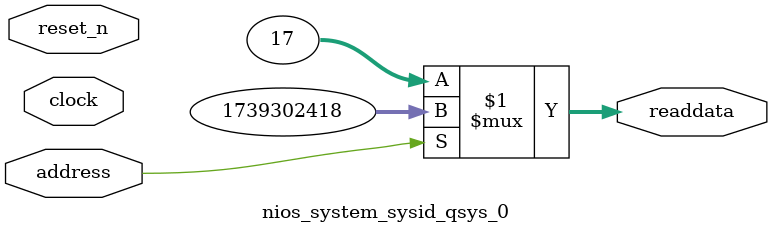
<source format=v>



// synthesis translate_off
`timescale 1ns / 1ps
// synthesis translate_on

// turn off superfluous verilog processor warnings 
// altera message_level Level1 
// altera message_off 10034 10035 10036 10037 10230 10240 10030 

module nios_system_sysid_qsys_0 (
               // inputs:
                address,
                clock,
                reset_n,

               // outputs:
                readdata
             )
;

  output  [ 31: 0] readdata;
  input            address;
  input            clock;
  input            reset_n;

  wire    [ 31: 0] readdata;
  //control_slave, which is an e_avalon_slave
  assign readdata = address ? 1739302418 : 17;

endmodule



</source>
